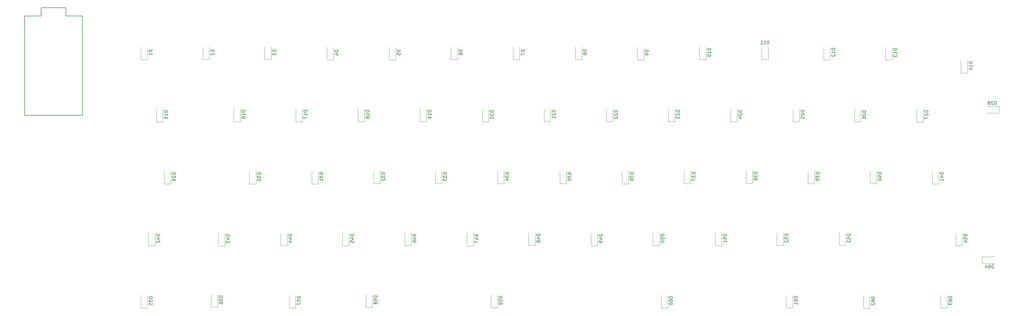
<source format=gbr>
%TF.GenerationSoftware,KiCad,Pcbnew,(6.0.7-1)-1*%
%TF.CreationDate,2022-09-29T18:34:29+02:00*%
%TF.ProjectId,staggered-keyboard,73746167-6765-4726-9564-2d6b6579626f,rev?*%
%TF.SameCoordinates,Original*%
%TF.FileFunction,Legend,Bot*%
%TF.FilePolarity,Positive*%
%FSLAX46Y46*%
G04 Gerber Fmt 4.6, Leading zero omitted, Abs format (unit mm)*
G04 Created by KiCad (PCBNEW (6.0.7-1)-1) date 2022-09-29 18:34:29*
%MOMM*%
%LPD*%
G01*
G04 APERTURE LIST*
%ADD10C,0.150000*%
%ADD11C,0.120000*%
G04 APERTURE END LIST*
D10*
%TO.C,D18*%
X172522380Y-169625714D02*
X171522380Y-169625714D01*
X171522380Y-169863809D01*
X171570000Y-170006666D01*
X171665238Y-170101904D01*
X171760476Y-170149523D01*
X171950952Y-170197142D01*
X172093809Y-170197142D01*
X172284285Y-170149523D01*
X172379523Y-170101904D01*
X172474761Y-170006666D01*
X172522380Y-169863809D01*
X172522380Y-169625714D01*
X172522380Y-171149523D02*
X172522380Y-170578095D01*
X172522380Y-170863809D02*
X171522380Y-170863809D01*
X171665238Y-170768571D01*
X171760476Y-170673333D01*
X171808095Y-170578095D01*
X171950952Y-171720952D02*
X171903333Y-171625714D01*
X171855714Y-171578095D01*
X171760476Y-171530476D01*
X171712857Y-171530476D01*
X171617619Y-171578095D01*
X171570000Y-171625714D01*
X171522380Y-171720952D01*
X171522380Y-171911428D01*
X171570000Y-172006666D01*
X171617619Y-172054285D01*
X171712857Y-172101904D01*
X171760476Y-172101904D01*
X171855714Y-172054285D01*
X171903333Y-172006666D01*
X171950952Y-171911428D01*
X171950952Y-171720952D01*
X171998571Y-171625714D01*
X172046190Y-171578095D01*
X172141428Y-171530476D01*
X172331904Y-171530476D01*
X172427142Y-171578095D01*
X172474761Y-171625714D01*
X172522380Y-171720952D01*
X172522380Y-171911428D01*
X172474761Y-172006666D01*
X172427142Y-172054285D01*
X172331904Y-172101904D01*
X172141428Y-172101904D01*
X172046190Y-172054285D01*
X171998571Y-172006666D01*
X171950952Y-171911428D01*
%TO.C,D40*%
X329642380Y-188655714D02*
X328642380Y-188655714D01*
X328642380Y-188893809D01*
X328690000Y-189036666D01*
X328785238Y-189131904D01*
X328880476Y-189179523D01*
X329070952Y-189227142D01*
X329213809Y-189227142D01*
X329404285Y-189179523D01*
X329499523Y-189131904D01*
X329594761Y-189036666D01*
X329642380Y-188893809D01*
X329642380Y-188655714D01*
X328975714Y-190084285D02*
X329642380Y-190084285D01*
X328594761Y-189846190D02*
X329309047Y-189608095D01*
X329309047Y-190227142D01*
X328642380Y-190798571D02*
X328642380Y-190893809D01*
X328690000Y-190989047D01*
X328737619Y-191036666D01*
X328832857Y-191084285D01*
X329023333Y-191131904D01*
X329261428Y-191131904D01*
X329451904Y-191084285D01*
X329547142Y-191036666D01*
X329594761Y-190989047D01*
X329642380Y-190893809D01*
X329642380Y-190798571D01*
X329594761Y-190703333D01*
X329547142Y-190655714D01*
X329451904Y-190608095D01*
X329261428Y-190560476D01*
X329023333Y-190560476D01*
X328832857Y-190608095D01*
X328737619Y-190655714D01*
X328690000Y-190703333D01*
X328642380Y-190798571D01*
%TO.C,D13*%
X334422380Y-150645714D02*
X333422380Y-150645714D01*
X333422380Y-150883809D01*
X333470000Y-151026666D01*
X333565238Y-151121904D01*
X333660476Y-151169523D01*
X333850952Y-151217142D01*
X333993809Y-151217142D01*
X334184285Y-151169523D01*
X334279523Y-151121904D01*
X334374761Y-151026666D01*
X334422380Y-150883809D01*
X334422380Y-150645714D01*
X334422380Y-152169523D02*
X334422380Y-151598095D01*
X334422380Y-151883809D02*
X333422380Y-151883809D01*
X333565238Y-151788571D01*
X333660476Y-151693333D01*
X333708095Y-151598095D01*
X333422380Y-152502857D02*
X333422380Y-153121904D01*
X333803333Y-152788571D01*
X333803333Y-152931428D01*
X333850952Y-153026666D01*
X333898571Y-153074285D01*
X333993809Y-153121904D01*
X334231904Y-153121904D01*
X334327142Y-153074285D01*
X334374761Y-153026666D01*
X334422380Y-152931428D01*
X334422380Y-152645714D01*
X334374761Y-152550476D01*
X334327142Y-152502857D01*
%TO.C,D28*%
X364894285Y-167852380D02*
X364894285Y-166852380D01*
X364656190Y-166852380D01*
X364513333Y-166900000D01*
X364418095Y-166995238D01*
X364370476Y-167090476D01*
X364322857Y-167280952D01*
X364322857Y-167423809D01*
X364370476Y-167614285D01*
X364418095Y-167709523D01*
X364513333Y-167804761D01*
X364656190Y-167852380D01*
X364894285Y-167852380D01*
X363941904Y-166947619D02*
X363894285Y-166900000D01*
X363799047Y-166852380D01*
X363560952Y-166852380D01*
X363465714Y-166900000D01*
X363418095Y-166947619D01*
X363370476Y-167042857D01*
X363370476Y-167138095D01*
X363418095Y-167280952D01*
X363989523Y-167852380D01*
X363370476Y-167852380D01*
X362799047Y-167280952D02*
X362894285Y-167233333D01*
X362941904Y-167185714D01*
X362989523Y-167090476D01*
X362989523Y-167042857D01*
X362941904Y-166947619D01*
X362894285Y-166900000D01*
X362799047Y-166852380D01*
X362608571Y-166852380D01*
X362513333Y-166900000D01*
X362465714Y-166947619D01*
X362418095Y-167042857D01*
X362418095Y-167090476D01*
X362465714Y-167185714D01*
X362513333Y-167233333D01*
X362608571Y-167280952D01*
X362799047Y-167280952D01*
X362894285Y-167328571D01*
X362941904Y-167376190D01*
X362989523Y-167471428D01*
X362989523Y-167661904D01*
X362941904Y-167757142D01*
X362894285Y-167804761D01*
X362799047Y-167852380D01*
X362608571Y-167852380D01*
X362513333Y-167804761D01*
X362465714Y-167757142D01*
X362418095Y-167661904D01*
X362418095Y-167471428D01*
X362465714Y-167376190D01*
X362513333Y-167328571D01*
X362608571Y-167280952D01*
%TO.C,D36*%
X253502380Y-188735714D02*
X252502380Y-188735714D01*
X252502380Y-188973809D01*
X252550000Y-189116666D01*
X252645238Y-189211904D01*
X252740476Y-189259523D01*
X252930952Y-189307142D01*
X253073809Y-189307142D01*
X253264285Y-189259523D01*
X253359523Y-189211904D01*
X253454761Y-189116666D01*
X253502380Y-188973809D01*
X253502380Y-188735714D01*
X252502380Y-189640476D02*
X252502380Y-190259523D01*
X252883333Y-189926190D01*
X252883333Y-190069047D01*
X252930952Y-190164285D01*
X252978571Y-190211904D01*
X253073809Y-190259523D01*
X253311904Y-190259523D01*
X253407142Y-190211904D01*
X253454761Y-190164285D01*
X253502380Y-190069047D01*
X253502380Y-189783333D01*
X253454761Y-189688095D01*
X253407142Y-189640476D01*
X252502380Y-191116666D02*
X252502380Y-190926190D01*
X252550000Y-190830952D01*
X252597619Y-190783333D01*
X252740476Y-190688095D01*
X252930952Y-190640476D01*
X253311904Y-190640476D01*
X253407142Y-190688095D01*
X253454761Y-190735714D01*
X253502380Y-190830952D01*
X253502380Y-191021428D01*
X253454761Y-191116666D01*
X253407142Y-191164285D01*
X253311904Y-191211904D01*
X253073809Y-191211904D01*
X252978571Y-191164285D01*
X252930952Y-191116666D01*
X252883333Y-191021428D01*
X252883333Y-190830952D01*
X252930952Y-190735714D01*
X252978571Y-190688095D01*
X253073809Y-190640476D01*
%TO.C,D59*%
X213332380Y-226705714D02*
X212332380Y-226705714D01*
X212332380Y-226943809D01*
X212380000Y-227086666D01*
X212475238Y-227181904D01*
X212570476Y-227229523D01*
X212760952Y-227277142D01*
X212903809Y-227277142D01*
X213094285Y-227229523D01*
X213189523Y-227181904D01*
X213284761Y-227086666D01*
X213332380Y-226943809D01*
X213332380Y-226705714D01*
X212332380Y-228181904D02*
X212332380Y-227705714D01*
X212808571Y-227658095D01*
X212760952Y-227705714D01*
X212713333Y-227800952D01*
X212713333Y-228039047D01*
X212760952Y-228134285D01*
X212808571Y-228181904D01*
X212903809Y-228229523D01*
X213141904Y-228229523D01*
X213237142Y-228181904D01*
X213284761Y-228134285D01*
X213332380Y-228039047D01*
X213332380Y-227800952D01*
X213284761Y-227705714D01*
X213237142Y-227658095D01*
X213332380Y-228705714D02*
X213332380Y-228896190D01*
X213284761Y-228991428D01*
X213237142Y-229039047D01*
X213094285Y-229134285D01*
X212903809Y-229181904D01*
X212522857Y-229181904D01*
X212427619Y-229134285D01*
X212380000Y-229086666D01*
X212332380Y-228991428D01*
X212332380Y-228800952D01*
X212380000Y-228705714D01*
X212427619Y-228658095D01*
X212522857Y-228610476D01*
X212760952Y-228610476D01*
X212856190Y-228658095D01*
X212903809Y-228705714D01*
X212951428Y-228800952D01*
X212951428Y-228991428D01*
X212903809Y-229086666D01*
X212856190Y-229134285D01*
X212760952Y-229181904D01*
%TO.C,D53*%
X320212380Y-207625714D02*
X319212380Y-207625714D01*
X319212380Y-207863809D01*
X319260000Y-208006666D01*
X319355238Y-208101904D01*
X319450476Y-208149523D01*
X319640952Y-208197142D01*
X319783809Y-208197142D01*
X319974285Y-208149523D01*
X320069523Y-208101904D01*
X320164761Y-208006666D01*
X320212380Y-207863809D01*
X320212380Y-207625714D01*
X319212380Y-209101904D02*
X319212380Y-208625714D01*
X319688571Y-208578095D01*
X319640952Y-208625714D01*
X319593333Y-208720952D01*
X319593333Y-208959047D01*
X319640952Y-209054285D01*
X319688571Y-209101904D01*
X319783809Y-209149523D01*
X320021904Y-209149523D01*
X320117142Y-209101904D01*
X320164761Y-209054285D01*
X320212380Y-208959047D01*
X320212380Y-208720952D01*
X320164761Y-208625714D01*
X320117142Y-208578095D01*
X319212380Y-209482857D02*
X319212380Y-210101904D01*
X319593333Y-209768571D01*
X319593333Y-209911428D01*
X319640952Y-210006666D01*
X319688571Y-210054285D01*
X319783809Y-210101904D01*
X320021904Y-210101904D01*
X320117142Y-210054285D01*
X320164761Y-210006666D01*
X320212380Y-209911428D01*
X320212380Y-209625714D01*
X320164761Y-209530476D01*
X320117142Y-209482857D01*
%TO.C,D10*%
X277342380Y-150585714D02*
X276342380Y-150585714D01*
X276342380Y-150823809D01*
X276390000Y-150966666D01*
X276485238Y-151061904D01*
X276580476Y-151109523D01*
X276770952Y-151157142D01*
X276913809Y-151157142D01*
X277104285Y-151109523D01*
X277199523Y-151061904D01*
X277294761Y-150966666D01*
X277342380Y-150823809D01*
X277342380Y-150585714D01*
X277342380Y-152109523D02*
X277342380Y-151538095D01*
X277342380Y-151823809D02*
X276342380Y-151823809D01*
X276485238Y-151728571D01*
X276580476Y-151633333D01*
X276628095Y-151538095D01*
X276342380Y-152728571D02*
X276342380Y-152823809D01*
X276390000Y-152919047D01*
X276437619Y-152966666D01*
X276532857Y-153014285D01*
X276723333Y-153061904D01*
X276961428Y-153061904D01*
X277151904Y-153014285D01*
X277247142Y-152966666D01*
X277294761Y-152919047D01*
X277342380Y-152823809D01*
X277342380Y-152728571D01*
X277294761Y-152633333D01*
X277247142Y-152585714D01*
X277151904Y-152538095D01*
X276961428Y-152490476D01*
X276723333Y-152490476D01*
X276532857Y-152538095D01*
X276437619Y-152585714D01*
X276390000Y-152633333D01*
X276342380Y-152728571D01*
%TO.C,D50*%
X263002380Y-207685714D02*
X262002380Y-207685714D01*
X262002380Y-207923809D01*
X262050000Y-208066666D01*
X262145238Y-208161904D01*
X262240476Y-208209523D01*
X262430952Y-208257142D01*
X262573809Y-208257142D01*
X262764285Y-208209523D01*
X262859523Y-208161904D01*
X262954761Y-208066666D01*
X263002380Y-207923809D01*
X263002380Y-207685714D01*
X262002380Y-209161904D02*
X262002380Y-208685714D01*
X262478571Y-208638095D01*
X262430952Y-208685714D01*
X262383333Y-208780952D01*
X262383333Y-209019047D01*
X262430952Y-209114285D01*
X262478571Y-209161904D01*
X262573809Y-209209523D01*
X262811904Y-209209523D01*
X262907142Y-209161904D01*
X262954761Y-209114285D01*
X263002380Y-209019047D01*
X263002380Y-208780952D01*
X262954761Y-208685714D01*
X262907142Y-208638095D01*
X262002380Y-209828571D02*
X262002380Y-209923809D01*
X262050000Y-210019047D01*
X262097619Y-210066666D01*
X262192857Y-210114285D01*
X262383333Y-210161904D01*
X262621428Y-210161904D01*
X262811904Y-210114285D01*
X262907142Y-210066666D01*
X262954761Y-210019047D01*
X263002380Y-209923809D01*
X263002380Y-209828571D01*
X262954761Y-209733333D01*
X262907142Y-209685714D01*
X262811904Y-209638095D01*
X262621428Y-209590476D01*
X262383333Y-209590476D01*
X262192857Y-209638095D01*
X262097619Y-209685714D01*
X262050000Y-209733333D01*
X262002380Y-209828571D01*
%TO.C,D35*%
X234442380Y-188685714D02*
X233442380Y-188685714D01*
X233442380Y-188923809D01*
X233490000Y-189066666D01*
X233585238Y-189161904D01*
X233680476Y-189209523D01*
X233870952Y-189257142D01*
X234013809Y-189257142D01*
X234204285Y-189209523D01*
X234299523Y-189161904D01*
X234394761Y-189066666D01*
X234442380Y-188923809D01*
X234442380Y-188685714D01*
X233442380Y-189590476D02*
X233442380Y-190209523D01*
X233823333Y-189876190D01*
X233823333Y-190019047D01*
X233870952Y-190114285D01*
X233918571Y-190161904D01*
X234013809Y-190209523D01*
X234251904Y-190209523D01*
X234347142Y-190161904D01*
X234394761Y-190114285D01*
X234442380Y-190019047D01*
X234442380Y-189733333D01*
X234394761Y-189638095D01*
X234347142Y-189590476D01*
X233442380Y-191114285D02*
X233442380Y-190638095D01*
X233918571Y-190590476D01*
X233870952Y-190638095D01*
X233823333Y-190733333D01*
X233823333Y-190971428D01*
X233870952Y-191066666D01*
X233918571Y-191114285D01*
X234013809Y-191161904D01*
X234251904Y-191161904D01*
X234347142Y-191114285D01*
X234394761Y-191066666D01*
X234442380Y-190971428D01*
X234442380Y-190733333D01*
X234394761Y-190638095D01*
X234347142Y-190590476D01*
%TO.C,D26*%
X324872380Y-169655714D02*
X323872380Y-169655714D01*
X323872380Y-169893809D01*
X323920000Y-170036666D01*
X324015238Y-170131904D01*
X324110476Y-170179523D01*
X324300952Y-170227142D01*
X324443809Y-170227142D01*
X324634285Y-170179523D01*
X324729523Y-170131904D01*
X324824761Y-170036666D01*
X324872380Y-169893809D01*
X324872380Y-169655714D01*
X323967619Y-170608095D02*
X323920000Y-170655714D01*
X323872380Y-170750952D01*
X323872380Y-170989047D01*
X323920000Y-171084285D01*
X323967619Y-171131904D01*
X324062857Y-171179523D01*
X324158095Y-171179523D01*
X324300952Y-171131904D01*
X324872380Y-170560476D01*
X324872380Y-171179523D01*
X323872380Y-172036666D02*
X323872380Y-171846190D01*
X323920000Y-171750952D01*
X323967619Y-171703333D01*
X324110476Y-171608095D01*
X324300952Y-171560476D01*
X324681904Y-171560476D01*
X324777142Y-171608095D01*
X324824761Y-171655714D01*
X324872380Y-171750952D01*
X324872380Y-171941428D01*
X324824761Y-172036666D01*
X324777142Y-172084285D01*
X324681904Y-172131904D01*
X324443809Y-172131904D01*
X324348571Y-172084285D01*
X324300952Y-172036666D01*
X324253333Y-171941428D01*
X324253333Y-171750952D01*
X324300952Y-171655714D01*
X324348571Y-171608095D01*
X324443809Y-171560476D01*
%TO.C,D21*%
X229632380Y-169555714D02*
X228632380Y-169555714D01*
X228632380Y-169793809D01*
X228680000Y-169936666D01*
X228775238Y-170031904D01*
X228870476Y-170079523D01*
X229060952Y-170127142D01*
X229203809Y-170127142D01*
X229394285Y-170079523D01*
X229489523Y-170031904D01*
X229584761Y-169936666D01*
X229632380Y-169793809D01*
X229632380Y-169555714D01*
X228727619Y-170508095D02*
X228680000Y-170555714D01*
X228632380Y-170650952D01*
X228632380Y-170889047D01*
X228680000Y-170984285D01*
X228727619Y-171031904D01*
X228822857Y-171079523D01*
X228918095Y-171079523D01*
X229060952Y-171031904D01*
X229632380Y-170460476D01*
X229632380Y-171079523D01*
X229632380Y-172031904D02*
X229632380Y-171460476D01*
X229632380Y-171746190D02*
X228632380Y-171746190D01*
X228775238Y-171650952D01*
X228870476Y-171555714D01*
X228918095Y-171460476D01*
%TO.C,D45*%
X167782380Y-207715714D02*
X166782380Y-207715714D01*
X166782380Y-207953809D01*
X166830000Y-208096666D01*
X166925238Y-208191904D01*
X167020476Y-208239523D01*
X167210952Y-208287142D01*
X167353809Y-208287142D01*
X167544285Y-208239523D01*
X167639523Y-208191904D01*
X167734761Y-208096666D01*
X167782380Y-207953809D01*
X167782380Y-207715714D01*
X167115714Y-209144285D02*
X167782380Y-209144285D01*
X166734761Y-208906190D02*
X167449047Y-208668095D01*
X167449047Y-209287142D01*
X166782380Y-210144285D02*
X166782380Y-209668095D01*
X167258571Y-209620476D01*
X167210952Y-209668095D01*
X167163333Y-209763333D01*
X167163333Y-210001428D01*
X167210952Y-210096666D01*
X167258571Y-210144285D01*
X167353809Y-210191904D01*
X167591904Y-210191904D01*
X167687142Y-210144285D01*
X167734761Y-210096666D01*
X167782380Y-210001428D01*
X167782380Y-209763333D01*
X167734761Y-209668095D01*
X167687142Y-209620476D01*
%TO.C,D23*%
X267782380Y-169585714D02*
X266782380Y-169585714D01*
X266782380Y-169823809D01*
X266830000Y-169966666D01*
X266925238Y-170061904D01*
X267020476Y-170109523D01*
X267210952Y-170157142D01*
X267353809Y-170157142D01*
X267544285Y-170109523D01*
X267639523Y-170061904D01*
X267734761Y-169966666D01*
X267782380Y-169823809D01*
X267782380Y-169585714D01*
X266877619Y-170538095D02*
X266830000Y-170585714D01*
X266782380Y-170680952D01*
X266782380Y-170919047D01*
X266830000Y-171014285D01*
X266877619Y-171061904D01*
X266972857Y-171109523D01*
X267068095Y-171109523D01*
X267210952Y-171061904D01*
X267782380Y-170490476D01*
X267782380Y-171109523D01*
X266782380Y-171442857D02*
X266782380Y-172061904D01*
X267163333Y-171728571D01*
X267163333Y-171871428D01*
X267210952Y-171966666D01*
X267258571Y-172014285D01*
X267353809Y-172061904D01*
X267591904Y-172061904D01*
X267687142Y-172014285D01*
X267734761Y-171966666D01*
X267782380Y-171871428D01*
X267782380Y-171585714D01*
X267734761Y-171490476D01*
X267687142Y-171442857D01*
%TO.C,D24*%
X286852380Y-169655714D02*
X285852380Y-169655714D01*
X285852380Y-169893809D01*
X285900000Y-170036666D01*
X285995238Y-170131904D01*
X286090476Y-170179523D01*
X286280952Y-170227142D01*
X286423809Y-170227142D01*
X286614285Y-170179523D01*
X286709523Y-170131904D01*
X286804761Y-170036666D01*
X286852380Y-169893809D01*
X286852380Y-169655714D01*
X285947619Y-170608095D02*
X285900000Y-170655714D01*
X285852380Y-170750952D01*
X285852380Y-170989047D01*
X285900000Y-171084285D01*
X285947619Y-171131904D01*
X286042857Y-171179523D01*
X286138095Y-171179523D01*
X286280952Y-171131904D01*
X286852380Y-170560476D01*
X286852380Y-171179523D01*
X286185714Y-172036666D02*
X286852380Y-172036666D01*
X285804761Y-171798571D02*
X286519047Y-171560476D01*
X286519047Y-172179523D01*
%TO.C,D15*%
X110662380Y-169685714D02*
X109662380Y-169685714D01*
X109662380Y-169923809D01*
X109710000Y-170066666D01*
X109805238Y-170161904D01*
X109900476Y-170209523D01*
X110090952Y-170257142D01*
X110233809Y-170257142D01*
X110424285Y-170209523D01*
X110519523Y-170161904D01*
X110614761Y-170066666D01*
X110662380Y-169923809D01*
X110662380Y-169685714D01*
X110662380Y-171209523D02*
X110662380Y-170638095D01*
X110662380Y-170923809D02*
X109662380Y-170923809D01*
X109805238Y-170828571D01*
X109900476Y-170733333D01*
X109948095Y-170638095D01*
X109662380Y-172114285D02*
X109662380Y-171638095D01*
X110138571Y-171590476D01*
X110090952Y-171638095D01*
X110043333Y-171733333D01*
X110043333Y-171971428D01*
X110090952Y-172066666D01*
X110138571Y-172114285D01*
X110233809Y-172161904D01*
X110471904Y-172161904D01*
X110567142Y-172114285D01*
X110614761Y-172066666D01*
X110662380Y-171971428D01*
X110662380Y-171733333D01*
X110614761Y-171638095D01*
X110567142Y-171590476D01*
%TO.C,D22*%
X248702380Y-169635714D02*
X247702380Y-169635714D01*
X247702380Y-169873809D01*
X247750000Y-170016666D01*
X247845238Y-170111904D01*
X247940476Y-170159523D01*
X248130952Y-170207142D01*
X248273809Y-170207142D01*
X248464285Y-170159523D01*
X248559523Y-170111904D01*
X248654761Y-170016666D01*
X248702380Y-169873809D01*
X248702380Y-169635714D01*
X247797619Y-170588095D02*
X247750000Y-170635714D01*
X247702380Y-170730952D01*
X247702380Y-170969047D01*
X247750000Y-171064285D01*
X247797619Y-171111904D01*
X247892857Y-171159523D01*
X247988095Y-171159523D01*
X248130952Y-171111904D01*
X248702380Y-170540476D01*
X248702380Y-171159523D01*
X247797619Y-171540476D02*
X247750000Y-171588095D01*
X247702380Y-171683333D01*
X247702380Y-171921428D01*
X247750000Y-172016666D01*
X247797619Y-172064285D01*
X247892857Y-172111904D01*
X247988095Y-172111904D01*
X248130952Y-172064285D01*
X248702380Y-171492857D01*
X248702380Y-172111904D01*
%TO.C,D32*%
X177352380Y-188685714D02*
X176352380Y-188685714D01*
X176352380Y-188923809D01*
X176400000Y-189066666D01*
X176495238Y-189161904D01*
X176590476Y-189209523D01*
X176780952Y-189257142D01*
X176923809Y-189257142D01*
X177114285Y-189209523D01*
X177209523Y-189161904D01*
X177304761Y-189066666D01*
X177352380Y-188923809D01*
X177352380Y-188685714D01*
X176352380Y-189590476D02*
X176352380Y-190209523D01*
X176733333Y-189876190D01*
X176733333Y-190019047D01*
X176780952Y-190114285D01*
X176828571Y-190161904D01*
X176923809Y-190209523D01*
X177161904Y-190209523D01*
X177257142Y-190161904D01*
X177304761Y-190114285D01*
X177352380Y-190019047D01*
X177352380Y-189733333D01*
X177304761Y-189638095D01*
X177257142Y-189590476D01*
X176447619Y-190590476D02*
X176400000Y-190638095D01*
X176352380Y-190733333D01*
X176352380Y-190971428D01*
X176400000Y-191066666D01*
X176447619Y-191114285D01*
X176542857Y-191161904D01*
X176638095Y-191161904D01*
X176780952Y-191114285D01*
X177352380Y-190542857D01*
X177352380Y-191161904D01*
%TO.C,D12*%
X315432380Y-150565714D02*
X314432380Y-150565714D01*
X314432380Y-150803809D01*
X314480000Y-150946666D01*
X314575238Y-151041904D01*
X314670476Y-151089523D01*
X314860952Y-151137142D01*
X315003809Y-151137142D01*
X315194285Y-151089523D01*
X315289523Y-151041904D01*
X315384761Y-150946666D01*
X315432380Y-150803809D01*
X315432380Y-150565714D01*
X315432380Y-152089523D02*
X315432380Y-151518095D01*
X315432380Y-151803809D02*
X314432380Y-151803809D01*
X314575238Y-151708571D01*
X314670476Y-151613333D01*
X314718095Y-151518095D01*
X314527619Y-152470476D02*
X314480000Y-152518095D01*
X314432380Y-152613333D01*
X314432380Y-152851428D01*
X314480000Y-152946666D01*
X314527619Y-152994285D01*
X314622857Y-153041904D01*
X314718095Y-153041904D01*
X314860952Y-152994285D01*
X315432380Y-152422857D01*
X315432380Y-153041904D01*
%TO.C,D2*%
X124892380Y-151031904D02*
X123892380Y-151031904D01*
X123892380Y-151270000D01*
X123940000Y-151412857D01*
X124035238Y-151508095D01*
X124130476Y-151555714D01*
X124320952Y-151603333D01*
X124463809Y-151603333D01*
X124654285Y-151555714D01*
X124749523Y-151508095D01*
X124844761Y-151412857D01*
X124892380Y-151270000D01*
X124892380Y-151031904D01*
X123987619Y-151984285D02*
X123940000Y-152031904D01*
X123892380Y-152127142D01*
X123892380Y-152365238D01*
X123940000Y-152460476D01*
X123987619Y-152508095D01*
X124082857Y-152555714D01*
X124178095Y-152555714D01*
X124320952Y-152508095D01*
X124892380Y-151936666D01*
X124892380Y-152555714D01*
%TO.C,D7*%
X220152380Y-151041904D02*
X219152380Y-151041904D01*
X219152380Y-151280000D01*
X219200000Y-151422857D01*
X219295238Y-151518095D01*
X219390476Y-151565714D01*
X219580952Y-151613333D01*
X219723809Y-151613333D01*
X219914285Y-151565714D01*
X220009523Y-151518095D01*
X220104761Y-151422857D01*
X220152380Y-151280000D01*
X220152380Y-151041904D01*
X219152380Y-151946666D02*
X219152380Y-152613333D01*
X220152380Y-152184761D01*
%TO.C,D4*%
X163022380Y-151141904D02*
X162022380Y-151141904D01*
X162022380Y-151380000D01*
X162070000Y-151522857D01*
X162165238Y-151618095D01*
X162260476Y-151665714D01*
X162450952Y-151713333D01*
X162593809Y-151713333D01*
X162784285Y-151665714D01*
X162879523Y-151618095D01*
X162974761Y-151522857D01*
X163022380Y-151380000D01*
X163022380Y-151141904D01*
X162355714Y-152570476D02*
X163022380Y-152570476D01*
X161974761Y-152332380D02*
X162689047Y-152094285D01*
X162689047Y-152713333D01*
%TO.C,D25*%
X305982380Y-169625714D02*
X304982380Y-169625714D01*
X304982380Y-169863809D01*
X305030000Y-170006666D01*
X305125238Y-170101904D01*
X305220476Y-170149523D01*
X305410952Y-170197142D01*
X305553809Y-170197142D01*
X305744285Y-170149523D01*
X305839523Y-170101904D01*
X305934761Y-170006666D01*
X305982380Y-169863809D01*
X305982380Y-169625714D01*
X305077619Y-170578095D02*
X305030000Y-170625714D01*
X304982380Y-170720952D01*
X304982380Y-170959047D01*
X305030000Y-171054285D01*
X305077619Y-171101904D01*
X305172857Y-171149523D01*
X305268095Y-171149523D01*
X305410952Y-171101904D01*
X305982380Y-170530476D01*
X305982380Y-171149523D01*
X304982380Y-172054285D02*
X304982380Y-171578095D01*
X305458571Y-171530476D01*
X305410952Y-171578095D01*
X305363333Y-171673333D01*
X305363333Y-171911428D01*
X305410952Y-172006666D01*
X305458571Y-172054285D01*
X305553809Y-172101904D01*
X305791904Y-172101904D01*
X305887142Y-172054285D01*
X305934761Y-172006666D01*
X305982380Y-171911428D01*
X305982380Y-171673333D01*
X305934761Y-171578095D01*
X305887142Y-171530476D01*
%TO.C,D55*%
X105932380Y-226865714D02*
X104932380Y-226865714D01*
X104932380Y-227103809D01*
X104980000Y-227246666D01*
X105075238Y-227341904D01*
X105170476Y-227389523D01*
X105360952Y-227437142D01*
X105503809Y-227437142D01*
X105694285Y-227389523D01*
X105789523Y-227341904D01*
X105884761Y-227246666D01*
X105932380Y-227103809D01*
X105932380Y-226865714D01*
X104932380Y-228341904D02*
X104932380Y-227865714D01*
X105408571Y-227818095D01*
X105360952Y-227865714D01*
X105313333Y-227960952D01*
X105313333Y-228199047D01*
X105360952Y-228294285D01*
X105408571Y-228341904D01*
X105503809Y-228389523D01*
X105741904Y-228389523D01*
X105837142Y-228341904D01*
X105884761Y-228294285D01*
X105932380Y-228199047D01*
X105932380Y-227960952D01*
X105884761Y-227865714D01*
X105837142Y-227818095D01*
X104932380Y-229294285D02*
X104932380Y-228818095D01*
X105408571Y-228770476D01*
X105360952Y-228818095D01*
X105313333Y-228913333D01*
X105313333Y-229151428D01*
X105360952Y-229246666D01*
X105408571Y-229294285D01*
X105503809Y-229341904D01*
X105741904Y-229341904D01*
X105837142Y-229294285D01*
X105884761Y-229246666D01*
X105932380Y-229151428D01*
X105932380Y-228913333D01*
X105884761Y-228818095D01*
X105837142Y-228770476D01*
%TO.C,D61*%
X303892380Y-226765714D02*
X302892380Y-226765714D01*
X302892380Y-227003809D01*
X302940000Y-227146666D01*
X303035238Y-227241904D01*
X303130476Y-227289523D01*
X303320952Y-227337142D01*
X303463809Y-227337142D01*
X303654285Y-227289523D01*
X303749523Y-227241904D01*
X303844761Y-227146666D01*
X303892380Y-227003809D01*
X303892380Y-226765714D01*
X302892380Y-228194285D02*
X302892380Y-228003809D01*
X302940000Y-227908571D01*
X302987619Y-227860952D01*
X303130476Y-227765714D01*
X303320952Y-227718095D01*
X303701904Y-227718095D01*
X303797142Y-227765714D01*
X303844761Y-227813333D01*
X303892380Y-227908571D01*
X303892380Y-228099047D01*
X303844761Y-228194285D01*
X303797142Y-228241904D01*
X303701904Y-228289523D01*
X303463809Y-228289523D01*
X303368571Y-228241904D01*
X303320952Y-228194285D01*
X303273333Y-228099047D01*
X303273333Y-227908571D01*
X303320952Y-227813333D01*
X303368571Y-227765714D01*
X303463809Y-227718095D01*
X303892380Y-229241904D02*
X303892380Y-228670476D01*
X303892380Y-228956190D02*
X302892380Y-228956190D01*
X303035238Y-228860952D01*
X303130476Y-228765714D01*
X303178095Y-228670476D01*
%TO.C,D8*%
X239232380Y-151041904D02*
X238232380Y-151041904D01*
X238232380Y-151280000D01*
X238280000Y-151422857D01*
X238375238Y-151518095D01*
X238470476Y-151565714D01*
X238660952Y-151613333D01*
X238803809Y-151613333D01*
X238994285Y-151565714D01*
X239089523Y-151518095D01*
X239184761Y-151422857D01*
X239232380Y-151280000D01*
X239232380Y-151041904D01*
X238660952Y-152184761D02*
X238613333Y-152089523D01*
X238565714Y-152041904D01*
X238470476Y-151994285D01*
X238422857Y-151994285D01*
X238327619Y-152041904D01*
X238280000Y-152089523D01*
X238232380Y-152184761D01*
X238232380Y-152375238D01*
X238280000Y-152470476D01*
X238327619Y-152518095D01*
X238422857Y-152565714D01*
X238470476Y-152565714D01*
X238565714Y-152518095D01*
X238613333Y-152470476D01*
X238660952Y-152375238D01*
X238660952Y-152184761D01*
X238708571Y-152089523D01*
X238756190Y-152041904D01*
X238851428Y-151994285D01*
X239041904Y-151994285D01*
X239137142Y-152041904D01*
X239184761Y-152089523D01*
X239232380Y-152184761D01*
X239232380Y-152375238D01*
X239184761Y-152470476D01*
X239137142Y-152518095D01*
X239041904Y-152565714D01*
X238851428Y-152565714D01*
X238756190Y-152518095D01*
X238708571Y-152470476D01*
X238660952Y-152375238D01*
%TO.C,D42*%
X108252380Y-207715714D02*
X107252380Y-207715714D01*
X107252380Y-207953809D01*
X107300000Y-208096666D01*
X107395238Y-208191904D01*
X107490476Y-208239523D01*
X107680952Y-208287142D01*
X107823809Y-208287142D01*
X108014285Y-208239523D01*
X108109523Y-208191904D01*
X108204761Y-208096666D01*
X108252380Y-207953809D01*
X108252380Y-207715714D01*
X107585714Y-209144285D02*
X108252380Y-209144285D01*
X107204761Y-208906190D02*
X107919047Y-208668095D01*
X107919047Y-209287142D01*
X107347619Y-209620476D02*
X107300000Y-209668095D01*
X107252380Y-209763333D01*
X107252380Y-210001428D01*
X107300000Y-210096666D01*
X107347619Y-210144285D01*
X107442857Y-210191904D01*
X107538095Y-210191904D01*
X107680952Y-210144285D01*
X108252380Y-209572857D01*
X108252380Y-210191904D01*
%TO.C,D16*%
X134402380Y-169625714D02*
X133402380Y-169625714D01*
X133402380Y-169863809D01*
X133450000Y-170006666D01*
X133545238Y-170101904D01*
X133640476Y-170149523D01*
X133830952Y-170197142D01*
X133973809Y-170197142D01*
X134164285Y-170149523D01*
X134259523Y-170101904D01*
X134354761Y-170006666D01*
X134402380Y-169863809D01*
X134402380Y-169625714D01*
X134402380Y-171149523D02*
X134402380Y-170578095D01*
X134402380Y-170863809D02*
X133402380Y-170863809D01*
X133545238Y-170768571D01*
X133640476Y-170673333D01*
X133688095Y-170578095D01*
X133402380Y-172006666D02*
X133402380Y-171816190D01*
X133450000Y-171720952D01*
X133497619Y-171673333D01*
X133640476Y-171578095D01*
X133830952Y-171530476D01*
X134211904Y-171530476D01*
X134307142Y-171578095D01*
X134354761Y-171625714D01*
X134402380Y-171720952D01*
X134402380Y-171911428D01*
X134354761Y-172006666D01*
X134307142Y-172054285D01*
X134211904Y-172101904D01*
X133973809Y-172101904D01*
X133878571Y-172054285D01*
X133830952Y-172006666D01*
X133783333Y-171911428D01*
X133783333Y-171720952D01*
X133830952Y-171625714D01*
X133878571Y-171578095D01*
X133973809Y-171530476D01*
%TO.C,D6*%
X201052380Y-151041904D02*
X200052380Y-151041904D01*
X200052380Y-151280000D01*
X200100000Y-151422857D01*
X200195238Y-151518095D01*
X200290476Y-151565714D01*
X200480952Y-151613333D01*
X200623809Y-151613333D01*
X200814285Y-151565714D01*
X200909523Y-151518095D01*
X201004761Y-151422857D01*
X201052380Y-151280000D01*
X201052380Y-151041904D01*
X200052380Y-152470476D02*
X200052380Y-152280000D01*
X200100000Y-152184761D01*
X200147619Y-152137142D01*
X200290476Y-152041904D01*
X200480952Y-151994285D01*
X200861904Y-151994285D01*
X200957142Y-152041904D01*
X201004761Y-152089523D01*
X201052380Y-152184761D01*
X201052380Y-152375238D01*
X201004761Y-152470476D01*
X200957142Y-152518095D01*
X200861904Y-152565714D01*
X200623809Y-152565714D01*
X200528571Y-152518095D01*
X200480952Y-152470476D01*
X200433333Y-152375238D01*
X200433333Y-152184761D01*
X200480952Y-152089523D01*
X200528571Y-152041904D01*
X200623809Y-151994285D01*
%TO.C,D33*%
X196262380Y-188685714D02*
X195262380Y-188685714D01*
X195262380Y-188923809D01*
X195310000Y-189066666D01*
X195405238Y-189161904D01*
X195500476Y-189209523D01*
X195690952Y-189257142D01*
X195833809Y-189257142D01*
X196024285Y-189209523D01*
X196119523Y-189161904D01*
X196214761Y-189066666D01*
X196262380Y-188923809D01*
X196262380Y-188685714D01*
X195262380Y-189590476D02*
X195262380Y-190209523D01*
X195643333Y-189876190D01*
X195643333Y-190019047D01*
X195690952Y-190114285D01*
X195738571Y-190161904D01*
X195833809Y-190209523D01*
X196071904Y-190209523D01*
X196167142Y-190161904D01*
X196214761Y-190114285D01*
X196262380Y-190019047D01*
X196262380Y-189733333D01*
X196214761Y-189638095D01*
X196167142Y-189590476D01*
X195262380Y-190542857D02*
X195262380Y-191161904D01*
X195643333Y-190828571D01*
X195643333Y-190971428D01*
X195690952Y-191066666D01*
X195738571Y-191114285D01*
X195833809Y-191161904D01*
X196071904Y-191161904D01*
X196167142Y-191114285D01*
X196214761Y-191066666D01*
X196262380Y-190971428D01*
X196262380Y-190685714D01*
X196214761Y-190590476D01*
X196167142Y-190542857D01*
%TO.C,D60*%
X265582380Y-226835714D02*
X264582380Y-226835714D01*
X264582380Y-227073809D01*
X264630000Y-227216666D01*
X264725238Y-227311904D01*
X264820476Y-227359523D01*
X265010952Y-227407142D01*
X265153809Y-227407142D01*
X265344285Y-227359523D01*
X265439523Y-227311904D01*
X265534761Y-227216666D01*
X265582380Y-227073809D01*
X265582380Y-226835714D01*
X264582380Y-228264285D02*
X264582380Y-228073809D01*
X264630000Y-227978571D01*
X264677619Y-227930952D01*
X264820476Y-227835714D01*
X265010952Y-227788095D01*
X265391904Y-227788095D01*
X265487142Y-227835714D01*
X265534761Y-227883333D01*
X265582380Y-227978571D01*
X265582380Y-228169047D01*
X265534761Y-228264285D01*
X265487142Y-228311904D01*
X265391904Y-228359523D01*
X265153809Y-228359523D01*
X265058571Y-228311904D01*
X265010952Y-228264285D01*
X264963333Y-228169047D01*
X264963333Y-227978571D01*
X265010952Y-227883333D01*
X265058571Y-227835714D01*
X265153809Y-227788095D01*
X264582380Y-228978571D02*
X264582380Y-229073809D01*
X264630000Y-229169047D01*
X264677619Y-229216666D01*
X264772857Y-229264285D01*
X264963333Y-229311904D01*
X265201428Y-229311904D01*
X265391904Y-229264285D01*
X265487142Y-229216666D01*
X265534761Y-229169047D01*
X265582380Y-229073809D01*
X265582380Y-228978571D01*
X265534761Y-228883333D01*
X265487142Y-228835714D01*
X265391904Y-228788095D01*
X265201428Y-228740476D01*
X264963333Y-228740476D01*
X264772857Y-228788095D01*
X264677619Y-228835714D01*
X264630000Y-228883333D01*
X264582380Y-228978571D01*
%TO.C,D57*%
X151402380Y-226795714D02*
X150402380Y-226795714D01*
X150402380Y-227033809D01*
X150450000Y-227176666D01*
X150545238Y-227271904D01*
X150640476Y-227319523D01*
X150830952Y-227367142D01*
X150973809Y-227367142D01*
X151164285Y-227319523D01*
X151259523Y-227271904D01*
X151354761Y-227176666D01*
X151402380Y-227033809D01*
X151402380Y-226795714D01*
X150402380Y-228271904D02*
X150402380Y-227795714D01*
X150878571Y-227748095D01*
X150830952Y-227795714D01*
X150783333Y-227890952D01*
X150783333Y-228129047D01*
X150830952Y-228224285D01*
X150878571Y-228271904D01*
X150973809Y-228319523D01*
X151211904Y-228319523D01*
X151307142Y-228271904D01*
X151354761Y-228224285D01*
X151402380Y-228129047D01*
X151402380Y-227890952D01*
X151354761Y-227795714D01*
X151307142Y-227748095D01*
X150402380Y-228652857D02*
X150402380Y-229319523D01*
X151402380Y-228890952D01*
%TO.C,D1*%
X105922380Y-151071904D02*
X104922380Y-151071904D01*
X104922380Y-151310000D01*
X104970000Y-151452857D01*
X105065238Y-151548095D01*
X105160476Y-151595714D01*
X105350952Y-151643333D01*
X105493809Y-151643333D01*
X105684285Y-151595714D01*
X105779523Y-151548095D01*
X105874761Y-151452857D01*
X105922380Y-151310000D01*
X105922380Y-151071904D01*
X105922380Y-152595714D02*
X105922380Y-152024285D01*
X105922380Y-152310000D02*
X104922380Y-152310000D01*
X105065238Y-152214761D01*
X105160476Y-152119523D01*
X105208095Y-152024285D01*
%TO.C,D34*%
X215302380Y-188685714D02*
X214302380Y-188685714D01*
X214302380Y-188923809D01*
X214350000Y-189066666D01*
X214445238Y-189161904D01*
X214540476Y-189209523D01*
X214730952Y-189257142D01*
X214873809Y-189257142D01*
X215064285Y-189209523D01*
X215159523Y-189161904D01*
X215254761Y-189066666D01*
X215302380Y-188923809D01*
X215302380Y-188685714D01*
X214302380Y-189590476D02*
X214302380Y-190209523D01*
X214683333Y-189876190D01*
X214683333Y-190019047D01*
X214730952Y-190114285D01*
X214778571Y-190161904D01*
X214873809Y-190209523D01*
X215111904Y-190209523D01*
X215207142Y-190161904D01*
X215254761Y-190114285D01*
X215302380Y-190019047D01*
X215302380Y-189733333D01*
X215254761Y-189638095D01*
X215207142Y-189590476D01*
X214635714Y-191066666D02*
X215302380Y-191066666D01*
X214254761Y-190828571D02*
X214969047Y-190590476D01*
X214969047Y-191209523D01*
%TO.C,D38*%
X291582380Y-188535714D02*
X290582380Y-188535714D01*
X290582380Y-188773809D01*
X290630000Y-188916666D01*
X290725238Y-189011904D01*
X290820476Y-189059523D01*
X291010952Y-189107142D01*
X291153809Y-189107142D01*
X291344285Y-189059523D01*
X291439523Y-189011904D01*
X291534761Y-188916666D01*
X291582380Y-188773809D01*
X291582380Y-188535714D01*
X290582380Y-189440476D02*
X290582380Y-190059523D01*
X290963333Y-189726190D01*
X290963333Y-189869047D01*
X291010952Y-189964285D01*
X291058571Y-190011904D01*
X291153809Y-190059523D01*
X291391904Y-190059523D01*
X291487142Y-190011904D01*
X291534761Y-189964285D01*
X291582380Y-189869047D01*
X291582380Y-189583333D01*
X291534761Y-189488095D01*
X291487142Y-189440476D01*
X291010952Y-190630952D02*
X290963333Y-190535714D01*
X290915714Y-190488095D01*
X290820476Y-190440476D01*
X290772857Y-190440476D01*
X290677619Y-190488095D01*
X290630000Y-190535714D01*
X290582380Y-190630952D01*
X290582380Y-190821428D01*
X290630000Y-190916666D01*
X290677619Y-190964285D01*
X290772857Y-191011904D01*
X290820476Y-191011904D01*
X290915714Y-190964285D01*
X290963333Y-190916666D01*
X291010952Y-190821428D01*
X291010952Y-190630952D01*
X291058571Y-190535714D01*
X291106190Y-190488095D01*
X291201428Y-190440476D01*
X291391904Y-190440476D01*
X291487142Y-190488095D01*
X291534761Y-190535714D01*
X291582380Y-190630952D01*
X291582380Y-190821428D01*
X291534761Y-190916666D01*
X291487142Y-190964285D01*
X291391904Y-191011904D01*
X291201428Y-191011904D01*
X291106190Y-190964285D01*
X291058571Y-190916666D01*
X291010952Y-190821428D01*
%TO.C,D43*%
X129672380Y-207765714D02*
X128672380Y-207765714D01*
X128672380Y-208003809D01*
X128720000Y-208146666D01*
X128815238Y-208241904D01*
X128910476Y-208289523D01*
X129100952Y-208337142D01*
X129243809Y-208337142D01*
X129434285Y-208289523D01*
X129529523Y-208241904D01*
X129624761Y-208146666D01*
X129672380Y-208003809D01*
X129672380Y-207765714D01*
X129005714Y-209194285D02*
X129672380Y-209194285D01*
X128624761Y-208956190D02*
X129339047Y-208718095D01*
X129339047Y-209337142D01*
X128672380Y-209622857D02*
X128672380Y-210241904D01*
X129053333Y-209908571D01*
X129053333Y-210051428D01*
X129100952Y-210146666D01*
X129148571Y-210194285D01*
X129243809Y-210241904D01*
X129481904Y-210241904D01*
X129577142Y-210194285D01*
X129624761Y-210146666D01*
X129672380Y-210051428D01*
X129672380Y-209765714D01*
X129624761Y-209670476D01*
X129577142Y-209622857D01*
%TO.C,D56*%
X127492380Y-226575714D02*
X126492380Y-226575714D01*
X126492380Y-226813809D01*
X126540000Y-226956666D01*
X126635238Y-227051904D01*
X126730476Y-227099523D01*
X126920952Y-227147142D01*
X127063809Y-227147142D01*
X127254285Y-227099523D01*
X127349523Y-227051904D01*
X127444761Y-226956666D01*
X127492380Y-226813809D01*
X127492380Y-226575714D01*
X126492380Y-228051904D02*
X126492380Y-227575714D01*
X126968571Y-227528095D01*
X126920952Y-227575714D01*
X126873333Y-227670952D01*
X126873333Y-227909047D01*
X126920952Y-228004285D01*
X126968571Y-228051904D01*
X127063809Y-228099523D01*
X127301904Y-228099523D01*
X127397142Y-228051904D01*
X127444761Y-228004285D01*
X127492380Y-227909047D01*
X127492380Y-227670952D01*
X127444761Y-227575714D01*
X127397142Y-227528095D01*
X126492380Y-228956666D02*
X126492380Y-228766190D01*
X126540000Y-228670952D01*
X126587619Y-228623333D01*
X126730476Y-228528095D01*
X126920952Y-228480476D01*
X127301904Y-228480476D01*
X127397142Y-228528095D01*
X127444761Y-228575714D01*
X127492380Y-228670952D01*
X127492380Y-228861428D01*
X127444761Y-228956666D01*
X127397142Y-229004285D01*
X127301904Y-229051904D01*
X127063809Y-229051904D01*
X126968571Y-229004285D01*
X126920952Y-228956666D01*
X126873333Y-228861428D01*
X126873333Y-228670952D01*
X126920952Y-228575714D01*
X126968571Y-228528095D01*
X127063809Y-228480476D01*
%TO.C,D51*%
X282182380Y-207685714D02*
X281182380Y-207685714D01*
X281182380Y-207923809D01*
X281230000Y-208066666D01*
X281325238Y-208161904D01*
X281420476Y-208209523D01*
X281610952Y-208257142D01*
X281753809Y-208257142D01*
X281944285Y-208209523D01*
X282039523Y-208161904D01*
X282134761Y-208066666D01*
X282182380Y-207923809D01*
X282182380Y-207685714D01*
X281182380Y-209161904D02*
X281182380Y-208685714D01*
X281658571Y-208638095D01*
X281610952Y-208685714D01*
X281563333Y-208780952D01*
X281563333Y-209019047D01*
X281610952Y-209114285D01*
X281658571Y-209161904D01*
X281753809Y-209209523D01*
X281991904Y-209209523D01*
X282087142Y-209161904D01*
X282134761Y-209114285D01*
X282182380Y-209019047D01*
X282182380Y-208780952D01*
X282134761Y-208685714D01*
X282087142Y-208638095D01*
X282182380Y-210161904D02*
X282182380Y-209590476D01*
X282182380Y-209876190D02*
X281182380Y-209876190D01*
X281325238Y-209780952D01*
X281420476Y-209685714D01*
X281468095Y-209590476D01*
%TO.C,D27*%
X343982380Y-169655714D02*
X342982380Y-169655714D01*
X342982380Y-169893809D01*
X343030000Y-170036666D01*
X343125238Y-170131904D01*
X343220476Y-170179523D01*
X343410952Y-170227142D01*
X343553809Y-170227142D01*
X343744285Y-170179523D01*
X343839523Y-170131904D01*
X343934761Y-170036666D01*
X343982380Y-169893809D01*
X343982380Y-169655714D01*
X343077619Y-170608095D02*
X343030000Y-170655714D01*
X342982380Y-170750952D01*
X342982380Y-170989047D01*
X343030000Y-171084285D01*
X343077619Y-171131904D01*
X343172857Y-171179523D01*
X343268095Y-171179523D01*
X343410952Y-171131904D01*
X343982380Y-170560476D01*
X343982380Y-171179523D01*
X342982380Y-171512857D02*
X342982380Y-172179523D01*
X343982380Y-171750952D01*
%TO.C,D14*%
X357552380Y-154685714D02*
X356552380Y-154685714D01*
X356552380Y-154923809D01*
X356600000Y-155066666D01*
X356695238Y-155161904D01*
X356790476Y-155209523D01*
X356980952Y-155257142D01*
X357123809Y-155257142D01*
X357314285Y-155209523D01*
X357409523Y-155161904D01*
X357504761Y-155066666D01*
X357552380Y-154923809D01*
X357552380Y-154685714D01*
X357552380Y-156209523D02*
X357552380Y-155638095D01*
X357552380Y-155923809D02*
X356552380Y-155923809D01*
X356695238Y-155828571D01*
X356790476Y-155733333D01*
X356838095Y-155638095D01*
X356885714Y-157066666D02*
X357552380Y-157066666D01*
X356504761Y-156828571D02*
X357219047Y-156590476D01*
X357219047Y-157209523D01*
%TO.C,D46*%
X186862380Y-207715714D02*
X185862380Y-207715714D01*
X185862380Y-207953809D01*
X185910000Y-208096666D01*
X186005238Y-208191904D01*
X186100476Y-208239523D01*
X186290952Y-208287142D01*
X186433809Y-208287142D01*
X186624285Y-208239523D01*
X186719523Y-208191904D01*
X186814761Y-208096666D01*
X186862380Y-207953809D01*
X186862380Y-207715714D01*
X186195714Y-209144285D02*
X186862380Y-209144285D01*
X185814761Y-208906190D02*
X186529047Y-208668095D01*
X186529047Y-209287142D01*
X185862380Y-210096666D02*
X185862380Y-209906190D01*
X185910000Y-209810952D01*
X185957619Y-209763333D01*
X186100476Y-209668095D01*
X186290952Y-209620476D01*
X186671904Y-209620476D01*
X186767142Y-209668095D01*
X186814761Y-209715714D01*
X186862380Y-209810952D01*
X186862380Y-210001428D01*
X186814761Y-210096666D01*
X186767142Y-210144285D01*
X186671904Y-210191904D01*
X186433809Y-210191904D01*
X186338571Y-210144285D01*
X186290952Y-210096666D01*
X186243333Y-210001428D01*
X186243333Y-209810952D01*
X186290952Y-209715714D01*
X186338571Y-209668095D01*
X186433809Y-209620476D01*
%TO.C,D49*%
X244022380Y-207745714D02*
X243022380Y-207745714D01*
X243022380Y-207983809D01*
X243070000Y-208126666D01*
X243165238Y-208221904D01*
X243260476Y-208269523D01*
X243450952Y-208317142D01*
X243593809Y-208317142D01*
X243784285Y-208269523D01*
X243879523Y-208221904D01*
X243974761Y-208126666D01*
X244022380Y-207983809D01*
X244022380Y-207745714D01*
X243355714Y-209174285D02*
X244022380Y-209174285D01*
X242974761Y-208936190D02*
X243689047Y-208698095D01*
X243689047Y-209317142D01*
X244022380Y-209745714D02*
X244022380Y-209936190D01*
X243974761Y-210031428D01*
X243927142Y-210079047D01*
X243784285Y-210174285D01*
X243593809Y-210221904D01*
X243212857Y-210221904D01*
X243117619Y-210174285D01*
X243070000Y-210126666D01*
X243022380Y-210031428D01*
X243022380Y-209840952D01*
X243070000Y-209745714D01*
X243117619Y-209698095D01*
X243212857Y-209650476D01*
X243450952Y-209650476D01*
X243546190Y-209698095D01*
X243593809Y-209745714D01*
X243641428Y-209840952D01*
X243641428Y-210031428D01*
X243593809Y-210126666D01*
X243546190Y-210174285D01*
X243450952Y-210221904D01*
%TO.C,D5*%
X182082380Y-151091904D02*
X181082380Y-151091904D01*
X181082380Y-151330000D01*
X181130000Y-151472857D01*
X181225238Y-151568095D01*
X181320476Y-151615714D01*
X181510952Y-151663333D01*
X181653809Y-151663333D01*
X181844285Y-151615714D01*
X181939523Y-151568095D01*
X182034761Y-151472857D01*
X182082380Y-151330000D01*
X182082380Y-151091904D01*
X181082380Y-152568095D02*
X181082380Y-152091904D01*
X181558571Y-152044285D01*
X181510952Y-152091904D01*
X181463333Y-152187142D01*
X181463333Y-152425238D01*
X181510952Y-152520476D01*
X181558571Y-152568095D01*
X181653809Y-152615714D01*
X181891904Y-152615714D01*
X181987142Y-152568095D01*
X182034761Y-152520476D01*
X182082380Y-152425238D01*
X182082380Y-152187142D01*
X182034761Y-152091904D01*
X181987142Y-152044285D01*
%TO.C,D30*%
X139222380Y-188735714D02*
X138222380Y-188735714D01*
X138222380Y-188973809D01*
X138270000Y-189116666D01*
X138365238Y-189211904D01*
X138460476Y-189259523D01*
X138650952Y-189307142D01*
X138793809Y-189307142D01*
X138984285Y-189259523D01*
X139079523Y-189211904D01*
X139174761Y-189116666D01*
X139222380Y-188973809D01*
X139222380Y-188735714D01*
X138222380Y-189640476D02*
X138222380Y-190259523D01*
X138603333Y-189926190D01*
X138603333Y-190069047D01*
X138650952Y-190164285D01*
X138698571Y-190211904D01*
X138793809Y-190259523D01*
X139031904Y-190259523D01*
X139127142Y-190211904D01*
X139174761Y-190164285D01*
X139222380Y-190069047D01*
X139222380Y-189783333D01*
X139174761Y-189688095D01*
X139127142Y-189640476D01*
X138222380Y-190878571D02*
X138222380Y-190973809D01*
X138270000Y-191069047D01*
X138317619Y-191116666D01*
X138412857Y-191164285D01*
X138603333Y-191211904D01*
X138841428Y-191211904D01*
X139031904Y-191164285D01*
X139127142Y-191116666D01*
X139174761Y-191069047D01*
X139222380Y-190973809D01*
X139222380Y-190878571D01*
X139174761Y-190783333D01*
X139127142Y-190735714D01*
X139031904Y-190688095D01*
X138841428Y-190640476D01*
X138603333Y-190640476D01*
X138412857Y-190688095D01*
X138317619Y-190735714D01*
X138270000Y-190783333D01*
X138222380Y-190878571D01*
%TO.C,D17*%
X153462380Y-169625714D02*
X152462380Y-169625714D01*
X152462380Y-169863809D01*
X152510000Y-170006666D01*
X152605238Y-170101904D01*
X152700476Y-170149523D01*
X152890952Y-170197142D01*
X153033809Y-170197142D01*
X153224285Y-170149523D01*
X153319523Y-170101904D01*
X153414761Y-170006666D01*
X153462380Y-169863809D01*
X153462380Y-169625714D01*
X153462380Y-171149523D02*
X153462380Y-170578095D01*
X153462380Y-170863809D02*
X152462380Y-170863809D01*
X152605238Y-170768571D01*
X152700476Y-170673333D01*
X152748095Y-170578095D01*
X152462380Y-171482857D02*
X152462380Y-172149523D01*
X153462380Y-171720952D01*
%TO.C,D29*%
X113102380Y-188735714D02*
X112102380Y-188735714D01*
X112102380Y-188973809D01*
X112150000Y-189116666D01*
X112245238Y-189211904D01*
X112340476Y-189259523D01*
X112530952Y-189307142D01*
X112673809Y-189307142D01*
X112864285Y-189259523D01*
X112959523Y-189211904D01*
X113054761Y-189116666D01*
X113102380Y-188973809D01*
X113102380Y-188735714D01*
X112197619Y-189688095D02*
X112150000Y-189735714D01*
X112102380Y-189830952D01*
X112102380Y-190069047D01*
X112150000Y-190164285D01*
X112197619Y-190211904D01*
X112292857Y-190259523D01*
X112388095Y-190259523D01*
X112530952Y-190211904D01*
X113102380Y-189640476D01*
X113102380Y-190259523D01*
X113102380Y-190735714D02*
X113102380Y-190926190D01*
X113054761Y-191021428D01*
X113007142Y-191069047D01*
X112864285Y-191164285D01*
X112673809Y-191211904D01*
X112292857Y-191211904D01*
X112197619Y-191164285D01*
X112150000Y-191116666D01*
X112102380Y-191021428D01*
X112102380Y-190830952D01*
X112150000Y-190735714D01*
X112197619Y-190688095D01*
X112292857Y-190640476D01*
X112530952Y-190640476D01*
X112626190Y-190688095D01*
X112673809Y-190735714D01*
X112721428Y-190830952D01*
X112721428Y-191021428D01*
X112673809Y-191116666D01*
X112626190Y-191164285D01*
X112530952Y-191211904D01*
%TO.C,D20*%
X210642380Y-169685714D02*
X209642380Y-169685714D01*
X209642380Y-169923809D01*
X209690000Y-170066666D01*
X209785238Y-170161904D01*
X209880476Y-170209523D01*
X210070952Y-170257142D01*
X210213809Y-170257142D01*
X210404285Y-170209523D01*
X210499523Y-170161904D01*
X210594761Y-170066666D01*
X210642380Y-169923809D01*
X210642380Y-169685714D01*
X209737619Y-170638095D02*
X209690000Y-170685714D01*
X209642380Y-170780952D01*
X209642380Y-171019047D01*
X209690000Y-171114285D01*
X209737619Y-171161904D01*
X209832857Y-171209523D01*
X209928095Y-171209523D01*
X210070952Y-171161904D01*
X210642380Y-170590476D01*
X210642380Y-171209523D01*
X209642380Y-171828571D02*
X209642380Y-171923809D01*
X209690000Y-172019047D01*
X209737619Y-172066666D01*
X209832857Y-172114285D01*
X210023333Y-172161904D01*
X210261428Y-172161904D01*
X210451904Y-172114285D01*
X210547142Y-172066666D01*
X210594761Y-172019047D01*
X210642380Y-171923809D01*
X210642380Y-171828571D01*
X210594761Y-171733333D01*
X210547142Y-171685714D01*
X210451904Y-171638095D01*
X210261428Y-171590476D01*
X210023333Y-171590476D01*
X209832857Y-171638095D01*
X209737619Y-171685714D01*
X209690000Y-171733333D01*
X209642380Y-171828571D01*
%TO.C,D9*%
X258222380Y-151091904D02*
X257222380Y-151091904D01*
X257222380Y-151330000D01*
X257270000Y-151472857D01*
X257365238Y-151568095D01*
X257460476Y-151615714D01*
X257650952Y-151663333D01*
X257793809Y-151663333D01*
X257984285Y-151615714D01*
X258079523Y-151568095D01*
X258174761Y-151472857D01*
X258222380Y-151330000D01*
X258222380Y-151091904D01*
X258222380Y-152139523D02*
X258222380Y-152330000D01*
X258174761Y-152425238D01*
X258127142Y-152472857D01*
X257984285Y-152568095D01*
X257793809Y-152615714D01*
X257412857Y-152615714D01*
X257317619Y-152568095D01*
X257270000Y-152520476D01*
X257222380Y-152425238D01*
X257222380Y-152234761D01*
X257270000Y-152139523D01*
X257317619Y-152091904D01*
X257412857Y-152044285D01*
X257650952Y-152044285D01*
X257746190Y-152091904D01*
X257793809Y-152139523D01*
X257841428Y-152234761D01*
X257841428Y-152425238D01*
X257793809Y-152520476D01*
X257746190Y-152568095D01*
X257650952Y-152615714D01*
%TO.C,D62*%
X327582380Y-226915714D02*
X326582380Y-226915714D01*
X326582380Y-227153809D01*
X326630000Y-227296666D01*
X326725238Y-227391904D01*
X326820476Y-227439523D01*
X327010952Y-227487142D01*
X327153809Y-227487142D01*
X327344285Y-227439523D01*
X327439523Y-227391904D01*
X327534761Y-227296666D01*
X327582380Y-227153809D01*
X327582380Y-226915714D01*
X326582380Y-228344285D02*
X326582380Y-228153809D01*
X326630000Y-228058571D01*
X326677619Y-228010952D01*
X326820476Y-227915714D01*
X327010952Y-227868095D01*
X327391904Y-227868095D01*
X327487142Y-227915714D01*
X327534761Y-227963333D01*
X327582380Y-228058571D01*
X327582380Y-228249047D01*
X327534761Y-228344285D01*
X327487142Y-228391904D01*
X327391904Y-228439523D01*
X327153809Y-228439523D01*
X327058571Y-228391904D01*
X327010952Y-228344285D01*
X326963333Y-228249047D01*
X326963333Y-228058571D01*
X327010952Y-227963333D01*
X327058571Y-227915714D01*
X327153809Y-227868095D01*
X326677619Y-228820476D02*
X326630000Y-228868095D01*
X326582380Y-228963333D01*
X326582380Y-229201428D01*
X326630000Y-229296666D01*
X326677619Y-229344285D01*
X326772857Y-229391904D01*
X326868095Y-229391904D01*
X327010952Y-229344285D01*
X327582380Y-228772857D01*
X327582380Y-229391904D01*
%TO.C,D58*%
X174952380Y-226575714D02*
X173952380Y-226575714D01*
X173952380Y-226813809D01*
X174000000Y-226956666D01*
X174095238Y-227051904D01*
X174190476Y-227099523D01*
X174380952Y-227147142D01*
X174523809Y-227147142D01*
X174714285Y-227099523D01*
X174809523Y-227051904D01*
X174904761Y-226956666D01*
X174952380Y-226813809D01*
X174952380Y-226575714D01*
X173952380Y-228051904D02*
X173952380Y-227575714D01*
X174428571Y-227528095D01*
X174380952Y-227575714D01*
X174333333Y-227670952D01*
X174333333Y-227909047D01*
X174380952Y-228004285D01*
X174428571Y-228051904D01*
X174523809Y-228099523D01*
X174761904Y-228099523D01*
X174857142Y-228051904D01*
X174904761Y-228004285D01*
X174952380Y-227909047D01*
X174952380Y-227670952D01*
X174904761Y-227575714D01*
X174857142Y-227528095D01*
X174380952Y-228670952D02*
X174333333Y-228575714D01*
X174285714Y-228528095D01*
X174190476Y-228480476D01*
X174142857Y-228480476D01*
X174047619Y-228528095D01*
X174000000Y-228575714D01*
X173952380Y-228670952D01*
X173952380Y-228861428D01*
X174000000Y-228956666D01*
X174047619Y-229004285D01*
X174142857Y-229051904D01*
X174190476Y-229051904D01*
X174285714Y-229004285D01*
X174333333Y-228956666D01*
X174380952Y-228861428D01*
X174380952Y-228670952D01*
X174428571Y-228575714D01*
X174476190Y-228528095D01*
X174571428Y-228480476D01*
X174761904Y-228480476D01*
X174857142Y-228528095D01*
X174904761Y-228575714D01*
X174952380Y-228670952D01*
X174952380Y-228861428D01*
X174904761Y-228956666D01*
X174857142Y-229004285D01*
X174761904Y-229051904D01*
X174571428Y-229051904D01*
X174476190Y-229004285D01*
X174428571Y-228956666D01*
X174380952Y-228861428D01*
%TO.C,D54*%
X356012380Y-207675714D02*
X355012380Y-207675714D01*
X355012380Y-207913809D01*
X355060000Y-208056666D01*
X355155238Y-208151904D01*
X355250476Y-208199523D01*
X355440952Y-208247142D01*
X355583809Y-208247142D01*
X355774285Y-208199523D01*
X355869523Y-208151904D01*
X355964761Y-208056666D01*
X356012380Y-207913809D01*
X356012380Y-207675714D01*
X355012380Y-209151904D02*
X355012380Y-208675714D01*
X355488571Y-208628095D01*
X355440952Y-208675714D01*
X355393333Y-208770952D01*
X355393333Y-209009047D01*
X355440952Y-209104285D01*
X355488571Y-209151904D01*
X355583809Y-209199523D01*
X355821904Y-209199523D01*
X355917142Y-209151904D01*
X355964761Y-209104285D01*
X356012380Y-209009047D01*
X356012380Y-208770952D01*
X355964761Y-208675714D01*
X355917142Y-208628095D01*
X355345714Y-210056666D02*
X356012380Y-210056666D01*
X354964761Y-209818571D02*
X355679047Y-209580476D01*
X355679047Y-210199523D01*
%TO.C,D3*%
X143912380Y-151051904D02*
X142912380Y-151051904D01*
X142912380Y-151290000D01*
X142960000Y-151432857D01*
X143055238Y-151528095D01*
X143150476Y-151575714D01*
X143340952Y-151623333D01*
X143483809Y-151623333D01*
X143674285Y-151575714D01*
X143769523Y-151528095D01*
X143864761Y-151432857D01*
X143912380Y-151290000D01*
X143912380Y-151051904D01*
X142912380Y-151956666D02*
X142912380Y-152575714D01*
X143293333Y-152242380D01*
X143293333Y-152385238D01*
X143340952Y-152480476D01*
X143388571Y-152528095D01*
X143483809Y-152575714D01*
X143721904Y-152575714D01*
X143817142Y-152528095D01*
X143864761Y-152480476D01*
X143912380Y-152385238D01*
X143912380Y-152099523D01*
X143864761Y-152004285D01*
X143817142Y-151956666D01*
%TO.C,D63*%
X351292380Y-226835714D02*
X350292380Y-226835714D01*
X350292380Y-227073809D01*
X350340000Y-227216666D01*
X350435238Y-227311904D01*
X350530476Y-227359523D01*
X350720952Y-227407142D01*
X350863809Y-227407142D01*
X351054285Y-227359523D01*
X351149523Y-227311904D01*
X351244761Y-227216666D01*
X351292380Y-227073809D01*
X351292380Y-226835714D01*
X350292380Y-228264285D02*
X350292380Y-228073809D01*
X350340000Y-227978571D01*
X350387619Y-227930952D01*
X350530476Y-227835714D01*
X350720952Y-227788095D01*
X351101904Y-227788095D01*
X351197142Y-227835714D01*
X351244761Y-227883333D01*
X351292380Y-227978571D01*
X351292380Y-228169047D01*
X351244761Y-228264285D01*
X351197142Y-228311904D01*
X351101904Y-228359523D01*
X350863809Y-228359523D01*
X350768571Y-228311904D01*
X350720952Y-228264285D01*
X350673333Y-228169047D01*
X350673333Y-227978571D01*
X350720952Y-227883333D01*
X350768571Y-227835714D01*
X350863809Y-227788095D01*
X350292380Y-228692857D02*
X350292380Y-229311904D01*
X350673333Y-228978571D01*
X350673333Y-229121428D01*
X350720952Y-229216666D01*
X350768571Y-229264285D01*
X350863809Y-229311904D01*
X351101904Y-229311904D01*
X351197142Y-229264285D01*
X351244761Y-229216666D01*
X351292380Y-229121428D01*
X351292380Y-228835714D01*
X351244761Y-228740476D01*
X351197142Y-228692857D01*
%TO.C,D44*%
X148762380Y-207715714D02*
X147762380Y-207715714D01*
X147762380Y-207953809D01*
X147810000Y-208096666D01*
X147905238Y-208191904D01*
X148000476Y-208239523D01*
X148190952Y-208287142D01*
X148333809Y-208287142D01*
X148524285Y-208239523D01*
X148619523Y-208191904D01*
X148714761Y-208096666D01*
X148762380Y-207953809D01*
X148762380Y-207715714D01*
X148095714Y-209144285D02*
X148762380Y-209144285D01*
X147714761Y-208906190D02*
X148429047Y-208668095D01*
X148429047Y-209287142D01*
X148095714Y-210096666D02*
X148762380Y-210096666D01*
X147714761Y-209858571D02*
X148429047Y-209620476D01*
X148429047Y-210239523D01*
%TO.C,D52*%
X301052380Y-207625714D02*
X300052380Y-207625714D01*
X300052380Y-207863809D01*
X300100000Y-208006666D01*
X300195238Y-208101904D01*
X300290476Y-208149523D01*
X300480952Y-208197142D01*
X300623809Y-208197142D01*
X300814285Y-208149523D01*
X300909523Y-208101904D01*
X301004761Y-208006666D01*
X301052380Y-207863809D01*
X301052380Y-207625714D01*
X300052380Y-209101904D02*
X300052380Y-208625714D01*
X300528571Y-208578095D01*
X300480952Y-208625714D01*
X300433333Y-208720952D01*
X300433333Y-208959047D01*
X300480952Y-209054285D01*
X300528571Y-209101904D01*
X300623809Y-209149523D01*
X300861904Y-209149523D01*
X300957142Y-209101904D01*
X301004761Y-209054285D01*
X301052380Y-208959047D01*
X301052380Y-208720952D01*
X301004761Y-208625714D01*
X300957142Y-208578095D01*
X300147619Y-209530476D02*
X300100000Y-209578095D01*
X300052380Y-209673333D01*
X300052380Y-209911428D01*
X300100000Y-210006666D01*
X300147619Y-210054285D01*
X300242857Y-210101904D01*
X300338095Y-210101904D01*
X300480952Y-210054285D01*
X301052380Y-209482857D01*
X301052380Y-210101904D01*
%TO.C,D39*%
X310602380Y-188655714D02*
X309602380Y-188655714D01*
X309602380Y-188893809D01*
X309650000Y-189036666D01*
X309745238Y-189131904D01*
X309840476Y-189179523D01*
X310030952Y-189227142D01*
X310173809Y-189227142D01*
X310364285Y-189179523D01*
X310459523Y-189131904D01*
X310554761Y-189036666D01*
X310602380Y-188893809D01*
X310602380Y-188655714D01*
X309602380Y-189560476D02*
X309602380Y-190179523D01*
X309983333Y-189846190D01*
X309983333Y-189989047D01*
X310030952Y-190084285D01*
X310078571Y-190131904D01*
X310173809Y-190179523D01*
X310411904Y-190179523D01*
X310507142Y-190131904D01*
X310554761Y-190084285D01*
X310602380Y-189989047D01*
X310602380Y-189703333D01*
X310554761Y-189608095D01*
X310507142Y-189560476D01*
X310602380Y-190655714D02*
X310602380Y-190846190D01*
X310554761Y-190941428D01*
X310507142Y-190989047D01*
X310364285Y-191084285D01*
X310173809Y-191131904D01*
X309792857Y-191131904D01*
X309697619Y-191084285D01*
X309650000Y-191036666D01*
X309602380Y-190941428D01*
X309602380Y-190750952D01*
X309650000Y-190655714D01*
X309697619Y-190608095D01*
X309792857Y-190560476D01*
X310030952Y-190560476D01*
X310126190Y-190608095D01*
X310173809Y-190655714D01*
X310221428Y-190750952D01*
X310221428Y-190941428D01*
X310173809Y-191036666D01*
X310126190Y-191084285D01*
X310030952Y-191131904D01*
%TO.C,D47*%
X205932380Y-207745714D02*
X204932380Y-207745714D01*
X204932380Y-207983809D01*
X204980000Y-208126666D01*
X205075238Y-208221904D01*
X205170476Y-208269523D01*
X205360952Y-208317142D01*
X205503809Y-208317142D01*
X205694285Y-208269523D01*
X205789523Y-208221904D01*
X205884761Y-208126666D01*
X205932380Y-207983809D01*
X205932380Y-207745714D01*
X205265714Y-209174285D02*
X205932380Y-209174285D01*
X204884761Y-208936190D02*
X205599047Y-208698095D01*
X205599047Y-209317142D01*
X204932380Y-209602857D02*
X204932380Y-210269523D01*
X205932380Y-209840952D01*
%TO.C,D37*%
X272572380Y-188635714D02*
X271572380Y-188635714D01*
X271572380Y-188873809D01*
X271620000Y-189016666D01*
X271715238Y-189111904D01*
X271810476Y-189159523D01*
X272000952Y-189207142D01*
X272143809Y-189207142D01*
X272334285Y-189159523D01*
X272429523Y-189111904D01*
X272524761Y-189016666D01*
X272572380Y-188873809D01*
X272572380Y-188635714D01*
X271572380Y-189540476D02*
X271572380Y-190159523D01*
X271953333Y-189826190D01*
X271953333Y-189969047D01*
X272000952Y-190064285D01*
X272048571Y-190111904D01*
X272143809Y-190159523D01*
X272381904Y-190159523D01*
X272477142Y-190111904D01*
X272524761Y-190064285D01*
X272572380Y-189969047D01*
X272572380Y-189683333D01*
X272524761Y-189588095D01*
X272477142Y-189540476D01*
X271572380Y-190492857D02*
X271572380Y-191159523D01*
X272572380Y-190730952D01*
%TO.C,D41*%
X348732380Y-188705714D02*
X347732380Y-188705714D01*
X347732380Y-188943809D01*
X347780000Y-189086666D01*
X347875238Y-189181904D01*
X347970476Y-189229523D01*
X348160952Y-189277142D01*
X348303809Y-189277142D01*
X348494285Y-189229523D01*
X348589523Y-189181904D01*
X348684761Y-189086666D01*
X348732380Y-188943809D01*
X348732380Y-188705714D01*
X348065714Y-190134285D02*
X348732380Y-190134285D01*
X347684761Y-189896190D02*
X348399047Y-189658095D01*
X348399047Y-190277142D01*
X348732380Y-191181904D02*
X348732380Y-190610476D01*
X348732380Y-190896190D02*
X347732380Y-190896190D01*
X347875238Y-190800952D01*
X347970476Y-190705714D01*
X348018095Y-190610476D01*
%TO.C,D48*%
X224942380Y-207635714D02*
X223942380Y-207635714D01*
X223942380Y-207873809D01*
X223990000Y-208016666D01*
X224085238Y-208111904D01*
X224180476Y-208159523D01*
X224370952Y-208207142D01*
X224513809Y-208207142D01*
X224704285Y-208159523D01*
X224799523Y-208111904D01*
X224894761Y-208016666D01*
X224942380Y-207873809D01*
X224942380Y-207635714D01*
X224275714Y-209064285D02*
X224942380Y-209064285D01*
X223894761Y-208826190D02*
X224609047Y-208588095D01*
X224609047Y-209207142D01*
X224370952Y-209730952D02*
X224323333Y-209635714D01*
X224275714Y-209588095D01*
X224180476Y-209540476D01*
X224132857Y-209540476D01*
X224037619Y-209588095D01*
X223990000Y-209635714D01*
X223942380Y-209730952D01*
X223942380Y-209921428D01*
X223990000Y-210016666D01*
X224037619Y-210064285D01*
X224132857Y-210111904D01*
X224180476Y-210111904D01*
X224275714Y-210064285D01*
X224323333Y-210016666D01*
X224370952Y-209921428D01*
X224370952Y-209730952D01*
X224418571Y-209635714D01*
X224466190Y-209588095D01*
X224561428Y-209540476D01*
X224751904Y-209540476D01*
X224847142Y-209588095D01*
X224894761Y-209635714D01*
X224942380Y-209730952D01*
X224942380Y-209921428D01*
X224894761Y-210016666D01*
X224847142Y-210064285D01*
X224751904Y-210111904D01*
X224561428Y-210111904D01*
X224466190Y-210064285D01*
X224418571Y-210016666D01*
X224370952Y-209921428D01*
%TO.C,D19*%
X191582380Y-169585714D02*
X190582380Y-169585714D01*
X190582380Y-169823809D01*
X190630000Y-169966666D01*
X190725238Y-170061904D01*
X190820476Y-170109523D01*
X191010952Y-170157142D01*
X191153809Y-170157142D01*
X191344285Y-170109523D01*
X191439523Y-170061904D01*
X191534761Y-169966666D01*
X191582380Y-169823809D01*
X191582380Y-169585714D01*
X191582380Y-171109523D02*
X191582380Y-170538095D01*
X191582380Y-170823809D02*
X190582380Y-170823809D01*
X190725238Y-170728571D01*
X190820476Y-170633333D01*
X190868095Y-170538095D01*
X191582380Y-171585714D02*
X191582380Y-171776190D01*
X191534761Y-171871428D01*
X191487142Y-171919047D01*
X191344285Y-172014285D01*
X191153809Y-172061904D01*
X190772857Y-172061904D01*
X190677619Y-172014285D01*
X190630000Y-171966666D01*
X190582380Y-171871428D01*
X190582380Y-171680952D01*
X190630000Y-171585714D01*
X190677619Y-171538095D01*
X190772857Y-171490476D01*
X191010952Y-171490476D01*
X191106190Y-171538095D01*
X191153809Y-171585714D01*
X191201428Y-171680952D01*
X191201428Y-171871428D01*
X191153809Y-171966666D01*
X191106190Y-172014285D01*
X191010952Y-172061904D01*
%TO.C,D31*%
X158332380Y-188735714D02*
X157332380Y-188735714D01*
X157332380Y-188973809D01*
X157380000Y-189116666D01*
X157475238Y-189211904D01*
X157570476Y-189259523D01*
X157760952Y-189307142D01*
X157903809Y-189307142D01*
X158094285Y-189259523D01*
X158189523Y-189211904D01*
X158284761Y-189116666D01*
X158332380Y-188973809D01*
X158332380Y-188735714D01*
X157332380Y-189640476D02*
X157332380Y-190259523D01*
X157713333Y-189926190D01*
X157713333Y-190069047D01*
X157760952Y-190164285D01*
X157808571Y-190211904D01*
X157903809Y-190259523D01*
X158141904Y-190259523D01*
X158237142Y-190211904D01*
X158284761Y-190164285D01*
X158332380Y-190069047D01*
X158332380Y-189783333D01*
X158284761Y-189688095D01*
X158237142Y-189640476D01*
X158332380Y-191211904D02*
X158332380Y-190640476D01*
X158332380Y-190926190D02*
X157332380Y-190926190D01*
X157475238Y-190830952D01*
X157570476Y-190735714D01*
X157618095Y-190640476D01*
%TO.C,D64*%
X364044285Y-218032380D02*
X364044285Y-217032380D01*
X363806190Y-217032380D01*
X363663333Y-217080000D01*
X363568095Y-217175238D01*
X363520476Y-217270476D01*
X363472857Y-217460952D01*
X363472857Y-217603809D01*
X363520476Y-217794285D01*
X363568095Y-217889523D01*
X363663333Y-217984761D01*
X363806190Y-218032380D01*
X364044285Y-218032380D01*
X362615714Y-217032380D02*
X362806190Y-217032380D01*
X362901428Y-217080000D01*
X362949047Y-217127619D01*
X363044285Y-217270476D01*
X363091904Y-217460952D01*
X363091904Y-217841904D01*
X363044285Y-217937142D01*
X362996666Y-217984761D01*
X362901428Y-218032380D01*
X362710952Y-218032380D01*
X362615714Y-217984761D01*
X362568095Y-217937142D01*
X362520476Y-217841904D01*
X362520476Y-217603809D01*
X362568095Y-217508571D01*
X362615714Y-217460952D01*
X362710952Y-217413333D01*
X362901428Y-217413333D01*
X362996666Y-217460952D01*
X363044285Y-217508571D01*
X363091904Y-217603809D01*
X361663333Y-217365714D02*
X361663333Y-218032380D01*
X361901428Y-216984761D02*
X362139523Y-217699047D01*
X361520476Y-217699047D01*
%TO.C,D11*%
X295144285Y-149272380D02*
X295144285Y-148272380D01*
X294906190Y-148272380D01*
X294763333Y-148320000D01*
X294668095Y-148415238D01*
X294620476Y-148510476D01*
X294572857Y-148700952D01*
X294572857Y-148843809D01*
X294620476Y-149034285D01*
X294668095Y-149129523D01*
X294763333Y-149224761D01*
X294906190Y-149272380D01*
X295144285Y-149272380D01*
X293620476Y-149272380D02*
X294191904Y-149272380D01*
X293906190Y-149272380D02*
X293906190Y-148272380D01*
X294001428Y-148415238D01*
X294096666Y-148510476D01*
X294191904Y-148558095D01*
X292668095Y-149272380D02*
X293239523Y-149272380D01*
X292953809Y-149272380D02*
X292953809Y-148272380D01*
X293049047Y-148415238D01*
X293144285Y-148510476D01*
X293239523Y-148558095D01*
%TO.C,U1*%
X79490000Y-140670000D02*
X84570000Y-140670000D01*
X66790000Y-140670000D02*
X71870000Y-140670000D01*
X66790000Y-171150000D02*
X66790000Y-140670000D01*
X84570000Y-140670000D02*
X84570000Y-171150000D01*
X71870000Y-138130000D02*
X79490000Y-138130000D01*
X71870000Y-140670000D02*
X71870000Y-138130000D01*
X79490000Y-138130000D02*
X79490000Y-140670000D01*
X84570000Y-171150000D02*
X66790000Y-171150000D01*
D11*
%TO.C,D18*%
X169070000Y-173090000D02*
X169070000Y-169190000D01*
X171070000Y-173090000D02*
X169070000Y-173090000D01*
X171070000Y-173090000D02*
X171070000Y-169190000D01*
%TO.C,D40*%
X328190000Y-192120000D02*
X328190000Y-188220000D01*
X326190000Y-192120000D02*
X326190000Y-188220000D01*
X328190000Y-192120000D02*
X326190000Y-192120000D01*
%TO.C,D13*%
X332950000Y-154100000D02*
X330950000Y-154100000D01*
X330950000Y-154100000D02*
X330950000Y-150200000D01*
X332950000Y-154100000D02*
X332950000Y-150200000D01*
%TO.C,D28*%
X365930000Y-170400000D02*
X362030000Y-170400000D01*
X365930000Y-168400000D02*
X365930000Y-170400000D01*
X365930000Y-168400000D02*
X362030000Y-168400000D01*
%TO.C,D36*%
X252050000Y-192200000D02*
X252050000Y-188300000D01*
X252050000Y-192200000D02*
X250050000Y-192200000D01*
X250050000Y-192200000D02*
X250050000Y-188300000D01*
%TO.C,D59*%
X211880000Y-230170000D02*
X211880000Y-226270000D01*
X209880000Y-230170000D02*
X209880000Y-226270000D01*
X211880000Y-230170000D02*
X209880000Y-230170000D01*
%TO.C,D53*%
X318760000Y-211090000D02*
X316760000Y-211090000D01*
X318760000Y-211090000D02*
X318760000Y-207190000D01*
X316760000Y-211090000D02*
X316760000Y-207190000D01*
%TO.C,D10*%
X275860000Y-154050000D02*
X273860000Y-154050000D01*
X275860000Y-154050000D02*
X275860000Y-150150000D01*
X273860000Y-154050000D02*
X273860000Y-150150000D01*
%TO.C,D50*%
X259550000Y-211150000D02*
X259550000Y-207250000D01*
X261550000Y-211150000D02*
X261550000Y-207250000D01*
X261550000Y-211150000D02*
X259550000Y-211150000D01*
%TO.C,D35*%
X232990000Y-192150000D02*
X230990000Y-192150000D01*
X230990000Y-192150000D02*
X230990000Y-188250000D01*
X232990000Y-192150000D02*
X232990000Y-188250000D01*
%TO.C,D26*%
X323420000Y-173120000D02*
X323420000Y-169220000D01*
X323420000Y-173120000D02*
X321420000Y-173120000D01*
X321420000Y-173120000D02*
X321420000Y-169220000D01*
%TO.C,D21*%
X228180000Y-173020000D02*
X226180000Y-173020000D01*
X228180000Y-173020000D02*
X228180000Y-169120000D01*
X226180000Y-173020000D02*
X226180000Y-169120000D01*
%TO.C,D45*%
X164330000Y-211180000D02*
X164330000Y-207280000D01*
X166330000Y-211180000D02*
X166330000Y-207280000D01*
X166330000Y-211180000D02*
X164330000Y-211180000D01*
%TO.C,D23*%
X266330000Y-173050000D02*
X266330000Y-169150000D01*
X266330000Y-173050000D02*
X264330000Y-173050000D01*
X264330000Y-173050000D02*
X264330000Y-169150000D01*
%TO.C,D24*%
X285400000Y-173120000D02*
X283400000Y-173120000D01*
X283400000Y-173120000D02*
X283400000Y-169220000D01*
X285400000Y-173120000D02*
X285400000Y-169220000D01*
%TO.C,D15*%
X109210000Y-173150000D02*
X109210000Y-169250000D01*
X109210000Y-173150000D02*
X107210000Y-173150000D01*
X107210000Y-173150000D02*
X107210000Y-169250000D01*
%TO.C,D22*%
X247250000Y-173100000D02*
X245250000Y-173100000D01*
X245250000Y-173100000D02*
X245250000Y-169200000D01*
X247250000Y-173100000D02*
X247250000Y-169200000D01*
%TO.C,D32*%
X173900000Y-192150000D02*
X173900000Y-188250000D01*
X175900000Y-192150000D02*
X175900000Y-188250000D01*
X175900000Y-192150000D02*
X173900000Y-192150000D01*
%TO.C,D12*%
X313950000Y-154060000D02*
X311950000Y-154060000D01*
X311950000Y-154060000D02*
X311950000Y-150160000D01*
X313950000Y-154060000D02*
X313950000Y-150160000D01*
%TO.C,D2*%
X123430000Y-154020000D02*
X121430000Y-154020000D01*
X123430000Y-154020000D02*
X123430000Y-150120000D01*
X121430000Y-154020000D02*
X121430000Y-150120000D01*
%TO.C,D7*%
X218680000Y-154030000D02*
X218680000Y-150130000D01*
X216680000Y-154030000D02*
X216680000Y-150130000D01*
X218680000Y-154030000D02*
X216680000Y-154030000D01*
%TO.C,D4*%
X159570000Y-154130000D02*
X159570000Y-150230000D01*
X161570000Y-154130000D02*
X161570000Y-150230000D01*
X161570000Y-154130000D02*
X159570000Y-154130000D01*
%TO.C,D25*%
X302530000Y-173090000D02*
X302530000Y-169190000D01*
X304530000Y-173090000D02*
X302530000Y-173090000D01*
X304530000Y-173090000D02*
X304530000Y-169190000D01*
%TO.C,D55*%
X102480000Y-230330000D02*
X102480000Y-226430000D01*
X104480000Y-230330000D02*
X102480000Y-230330000D01*
X104480000Y-230330000D02*
X104480000Y-226430000D01*
%TO.C,D61*%
X302440000Y-230230000D02*
X300440000Y-230230000D01*
X300440000Y-230230000D02*
X300440000Y-226330000D01*
X302440000Y-230230000D02*
X302440000Y-226330000D01*
%TO.C,D8*%
X237760000Y-154000000D02*
X237760000Y-150100000D01*
X237760000Y-154000000D02*
X235760000Y-154000000D01*
X235760000Y-154000000D02*
X235760000Y-150100000D01*
%TO.C,D42*%
X106800000Y-211180000D02*
X106800000Y-207280000D01*
X104800000Y-211180000D02*
X104800000Y-207280000D01*
X106800000Y-211180000D02*
X104800000Y-211180000D01*
%TO.C,D16*%
X130950000Y-173090000D02*
X130950000Y-169190000D01*
X132950000Y-173090000D02*
X130950000Y-173090000D01*
X132950000Y-173090000D02*
X132950000Y-169190000D01*
%TO.C,D6*%
X197600000Y-154030000D02*
X197600000Y-150130000D01*
X199600000Y-154030000D02*
X197600000Y-154030000D01*
X199600000Y-154030000D02*
X199600000Y-150130000D01*
%TO.C,D33*%
X192810000Y-192150000D02*
X192810000Y-188250000D01*
X194810000Y-192150000D02*
X194810000Y-188250000D01*
X194810000Y-192150000D02*
X192810000Y-192150000D01*
%TO.C,D60*%
X264130000Y-230300000D02*
X262130000Y-230300000D01*
X264130000Y-230300000D02*
X264130000Y-226400000D01*
X262130000Y-230300000D02*
X262130000Y-226400000D01*
%TO.C,D57*%
X149950000Y-230260000D02*
X149950000Y-226360000D01*
X147950000Y-230260000D02*
X147950000Y-226360000D01*
X149950000Y-230260000D02*
X147950000Y-230260000D01*
%TO.C,D1*%
X104470000Y-154050000D02*
X102470000Y-154050000D01*
X104470000Y-154050000D02*
X104470000Y-150150000D01*
X102470000Y-154050000D02*
X102470000Y-150150000D01*
%TO.C,D34*%
X211850000Y-192150000D02*
X211850000Y-188250000D01*
X213850000Y-192150000D02*
X211850000Y-192150000D01*
X213850000Y-192150000D02*
X213850000Y-188250000D01*
%TO.C,D38*%
X288130000Y-192000000D02*
X288130000Y-188100000D01*
X290130000Y-192000000D02*
X290130000Y-188100000D01*
X290130000Y-192000000D02*
X288130000Y-192000000D01*
%TO.C,D43*%
X126220000Y-211230000D02*
X126220000Y-207330000D01*
X128220000Y-211230000D02*
X126220000Y-211230000D01*
X128220000Y-211230000D02*
X128220000Y-207330000D01*
%TO.C,D56*%
X126040000Y-230040000D02*
X126040000Y-226140000D01*
X124040000Y-230040000D02*
X124040000Y-226140000D01*
X126040000Y-230040000D02*
X124040000Y-230040000D01*
%TO.C,D51*%
X280730000Y-211150000D02*
X280730000Y-207250000D01*
X278730000Y-211150000D02*
X278730000Y-207250000D01*
X280730000Y-211150000D02*
X278730000Y-211150000D01*
%TO.C,D27*%
X340530000Y-173120000D02*
X340530000Y-169220000D01*
X342530000Y-173120000D02*
X340530000Y-173120000D01*
X342530000Y-173120000D02*
X342530000Y-169220000D01*
%TO.C,D14*%
X356070000Y-158170000D02*
X356070000Y-154270000D01*
X356070000Y-158170000D02*
X354070000Y-158170000D01*
X354070000Y-158170000D02*
X354070000Y-154270000D01*
%TO.C,D46*%
X183410000Y-211180000D02*
X183410000Y-207280000D01*
X185410000Y-211180000D02*
X185410000Y-207280000D01*
X185410000Y-211180000D02*
X183410000Y-211180000D01*
%TO.C,D49*%
X242570000Y-211210000D02*
X240570000Y-211210000D01*
X240570000Y-211210000D02*
X240570000Y-207310000D01*
X242570000Y-211210000D02*
X242570000Y-207310000D01*
%TO.C,D5*%
X180620000Y-154090000D02*
X180620000Y-150190000D01*
X178620000Y-154090000D02*
X178620000Y-150190000D01*
X180620000Y-154090000D02*
X178620000Y-154090000D01*
%TO.C,D30*%
X135770000Y-192200000D02*
X135770000Y-188300000D01*
X137770000Y-192200000D02*
X137770000Y-188300000D01*
X137770000Y-192200000D02*
X135770000Y-192200000D01*
%TO.C,D17*%
X150010000Y-173090000D02*
X150010000Y-169190000D01*
X152010000Y-173090000D02*
X152010000Y-169190000D01*
X152010000Y-173090000D02*
X150010000Y-173090000D01*
%TO.C,D29*%
X111650000Y-192200000D02*
X109650000Y-192200000D01*
X111650000Y-192200000D02*
X111650000Y-188300000D01*
X109650000Y-192200000D02*
X109650000Y-188300000D01*
%TO.C,D20*%
X207190000Y-173150000D02*
X207190000Y-169250000D01*
X209190000Y-173150000D02*
X207190000Y-173150000D01*
X209190000Y-173150000D02*
X209190000Y-169250000D01*
%TO.C,D9*%
X256760000Y-154070000D02*
X254760000Y-154070000D01*
X254760000Y-154070000D02*
X254760000Y-150170000D01*
X256760000Y-154070000D02*
X256760000Y-150170000D01*
%TO.C,D62*%
X326130000Y-230380000D02*
X324130000Y-230380000D01*
X324130000Y-230380000D02*
X324130000Y-226480000D01*
X326130000Y-230380000D02*
X326130000Y-226480000D01*
%TO.C,D58*%
X171500000Y-230040000D02*
X171500000Y-226140000D01*
X173500000Y-230040000D02*
X173500000Y-226140000D01*
X173500000Y-230040000D02*
X171500000Y-230040000D01*
%TO.C,D54*%
X354560000Y-211140000D02*
X352560000Y-211140000D01*
X352560000Y-211140000D02*
X352560000Y-207240000D01*
X354560000Y-211140000D02*
X354560000Y-207240000D01*
%TO.C,D3*%
X142460000Y-154050000D02*
X142460000Y-150150000D01*
X142460000Y-154050000D02*
X140460000Y-154050000D01*
X140460000Y-154050000D02*
X140460000Y-150150000D01*
%TO.C,D63*%
X347840000Y-230300000D02*
X347840000Y-226400000D01*
X349840000Y-230300000D02*
X349840000Y-226400000D01*
X349840000Y-230300000D02*
X347840000Y-230300000D01*
%TO.C,D44*%
X147310000Y-211180000D02*
X145310000Y-211180000D01*
X145310000Y-211180000D02*
X145310000Y-207280000D01*
X147310000Y-211180000D02*
X147310000Y-207280000D01*
%TO.C,D52*%
X299600000Y-211090000D02*
X297600000Y-211090000D01*
X299600000Y-211090000D02*
X299600000Y-207190000D01*
X297600000Y-211090000D02*
X297600000Y-207190000D01*
%TO.C,D39*%
X307150000Y-192120000D02*
X307150000Y-188220000D01*
X309150000Y-192120000D02*
X309150000Y-188220000D01*
X309150000Y-192120000D02*
X307150000Y-192120000D01*
%TO.C,D47*%
X202480000Y-211210000D02*
X202480000Y-207310000D01*
X204480000Y-211210000D02*
X204480000Y-207310000D01*
X204480000Y-211210000D02*
X202480000Y-211210000D01*
%TO.C,D37*%
X271120000Y-192100000D02*
X271120000Y-188200000D01*
X269120000Y-192100000D02*
X269120000Y-188200000D01*
X271120000Y-192100000D02*
X269120000Y-192100000D01*
%TO.C,D41*%
X345280000Y-192170000D02*
X345280000Y-188270000D01*
X347280000Y-192170000D02*
X345280000Y-192170000D01*
X347280000Y-192170000D02*
X347280000Y-188270000D01*
%TO.C,D48*%
X221490000Y-211100000D02*
X221490000Y-207200000D01*
X223490000Y-211100000D02*
X223490000Y-207200000D01*
X223490000Y-211100000D02*
X221490000Y-211100000D01*
%TO.C,D19*%
X190130000Y-173050000D02*
X190130000Y-169150000D01*
X188130000Y-173050000D02*
X188130000Y-169150000D01*
X190130000Y-173050000D02*
X188130000Y-173050000D01*
%TO.C,D31*%
X156880000Y-192200000D02*
X154880000Y-192200000D01*
X154880000Y-192200000D02*
X154880000Y-188300000D01*
X156880000Y-192200000D02*
X156880000Y-188300000D01*
%TO.C,D64*%
X360580000Y-214580000D02*
X364480000Y-214580000D01*
X360580000Y-216580000D02*
X364480000Y-216580000D01*
X360580000Y-216580000D02*
X360580000Y-214580000D01*
%TO.C,D11*%
X294930000Y-154030000D02*
X292930000Y-154030000D01*
X292930000Y-154030000D02*
X292930000Y-150130000D01*
X294930000Y-154030000D02*
X294930000Y-150130000D01*
%TD*%
M02*

</source>
